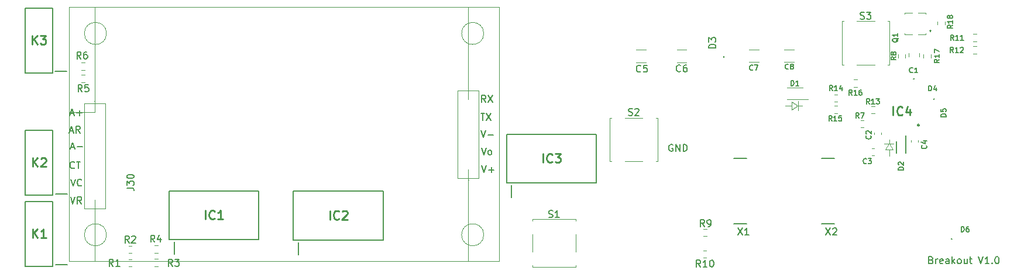
<source format=gbr>
%TF.GenerationSoftware,KiCad,Pcbnew,(5.1.9)-1*%
%TF.CreationDate,2021-05-21T14:20:41+01:00*%
%TF.ProjectId,BreakoutV1.0_,42726561-6b6f-4757-9456-312e305f2e6b,rev?*%
%TF.SameCoordinates,Original*%
%TF.FileFunction,Legend,Top*%
%TF.FilePolarity,Positive*%
%FSLAX46Y46*%
G04 Gerber Fmt 4.6, Leading zero omitted, Abs format (unit mm)*
G04 Created by KiCad (PCBNEW (5.1.9)-1) date 2021-05-21 14:20:41*
%MOMM*%
%LPD*%
G01*
G04 APERTURE LIST*
%ADD10C,0.150000*%
%ADD11C,0.250000*%
%ADD12C,0.200000*%
%ADD13C,0.120000*%
%ADD14C,0.100000*%
%ADD15C,0.127000*%
%ADD16C,0.254000*%
%ADD17C,0.187500*%
G04 APERTURE END LIST*
D10*
X149110795Y-35974400D02*
X149015557Y-35926780D01*
X148872700Y-35926780D01*
X148729842Y-35974400D01*
X148634604Y-36069638D01*
X148586985Y-36164876D01*
X148539366Y-36355352D01*
X148539366Y-36498209D01*
X148586985Y-36688685D01*
X148634604Y-36783923D01*
X148729842Y-36879161D01*
X148872700Y-36926780D01*
X148967938Y-36926780D01*
X149110795Y-36879161D01*
X149158414Y-36831542D01*
X149158414Y-36498209D01*
X148967938Y-36498209D01*
X149586985Y-36926780D02*
X149586985Y-35926780D01*
X150158414Y-36926780D01*
X150158414Y-35926780D01*
X150634604Y-36926780D02*
X150634604Y-35926780D01*
X150872700Y-35926780D01*
X151015557Y-35974400D01*
X151110795Y-36069638D01*
X151158414Y-36164876D01*
X151206033Y-36355352D01*
X151206033Y-36498209D01*
X151158414Y-36688685D01*
X151110795Y-36783923D01*
X151015557Y-36879161D01*
X150872700Y-36926780D01*
X150634604Y-36926780D01*
X186512154Y-52674211D02*
X186655011Y-52721830D01*
X186702630Y-52769449D01*
X186750249Y-52864687D01*
X186750249Y-53007544D01*
X186702630Y-53102782D01*
X186655011Y-53150401D01*
X186559773Y-53198020D01*
X186178820Y-53198020D01*
X186178820Y-52198020D01*
X186512154Y-52198020D01*
X186607392Y-52245640D01*
X186655011Y-52293259D01*
X186702630Y-52388497D01*
X186702630Y-52483735D01*
X186655011Y-52578973D01*
X186607392Y-52626592D01*
X186512154Y-52674211D01*
X186178820Y-52674211D01*
X187178820Y-53198020D02*
X187178820Y-52531354D01*
X187178820Y-52721830D02*
X187226440Y-52626592D01*
X187274059Y-52578973D01*
X187369297Y-52531354D01*
X187464535Y-52531354D01*
X188178820Y-53150401D02*
X188083582Y-53198020D01*
X187893106Y-53198020D01*
X187797868Y-53150401D01*
X187750249Y-53055163D01*
X187750249Y-52674211D01*
X187797868Y-52578973D01*
X187893106Y-52531354D01*
X188083582Y-52531354D01*
X188178820Y-52578973D01*
X188226440Y-52674211D01*
X188226440Y-52769449D01*
X187750249Y-52864687D01*
X189083582Y-53198020D02*
X189083582Y-52674211D01*
X189035963Y-52578973D01*
X188940725Y-52531354D01*
X188750249Y-52531354D01*
X188655011Y-52578973D01*
X189083582Y-53150401D02*
X188988344Y-53198020D01*
X188750249Y-53198020D01*
X188655011Y-53150401D01*
X188607392Y-53055163D01*
X188607392Y-52959925D01*
X188655011Y-52864687D01*
X188750249Y-52817068D01*
X188988344Y-52817068D01*
X189083582Y-52769449D01*
X189559773Y-53198020D02*
X189559773Y-52198020D01*
X189655011Y-52817068D02*
X189940725Y-53198020D01*
X189940725Y-52531354D02*
X189559773Y-52912306D01*
X190512154Y-53198020D02*
X190416916Y-53150401D01*
X190369297Y-53102782D01*
X190321678Y-53007544D01*
X190321678Y-52721830D01*
X190369297Y-52626592D01*
X190416916Y-52578973D01*
X190512154Y-52531354D01*
X190655011Y-52531354D01*
X190750249Y-52578973D01*
X190797868Y-52626592D01*
X190845487Y-52721830D01*
X190845487Y-53007544D01*
X190797868Y-53102782D01*
X190750249Y-53150401D01*
X190655011Y-53198020D01*
X190512154Y-53198020D01*
X191702630Y-52531354D02*
X191702630Y-53198020D01*
X191274059Y-52531354D02*
X191274059Y-53055163D01*
X191321678Y-53150401D01*
X191416916Y-53198020D01*
X191559773Y-53198020D01*
X191655011Y-53150401D01*
X191702630Y-53102782D01*
X192035963Y-52531354D02*
X192416916Y-52531354D01*
X192178820Y-52198020D02*
X192178820Y-53055163D01*
X192226440Y-53150401D01*
X192321678Y-53198020D01*
X192416916Y-53198020D01*
X193369297Y-52198020D02*
X193702630Y-53198020D01*
X194035963Y-52198020D01*
X194893106Y-53198020D02*
X194321678Y-53198020D01*
X194607392Y-53198020D02*
X194607392Y-52198020D01*
X194512154Y-52340878D01*
X194416916Y-52436116D01*
X194321678Y-52483735D01*
X195321678Y-53102782D02*
X195369297Y-53150401D01*
X195321678Y-53198020D01*
X195274059Y-53150401D01*
X195321678Y-53102782D01*
X195321678Y-53198020D01*
X195988344Y-52198020D02*
X196083582Y-52198020D01*
X196178820Y-52245640D01*
X196226440Y-52293259D01*
X196274059Y-52388497D01*
X196321678Y-52578973D01*
X196321678Y-52817068D01*
X196274059Y-53007544D01*
X196226440Y-53102782D01*
X196178820Y-53150401D01*
X196083582Y-53198020D01*
X195988344Y-53198020D01*
X195893106Y-53150401D01*
X195845487Y-53102782D01*
X195797868Y-53007544D01*
X195750249Y-52817068D01*
X195750249Y-52578973D01*
X195797868Y-52388497D01*
X195845487Y-52293259D01*
X195893106Y-52245640D01*
X195988344Y-52198020D01*
D11*
%TO.C,IC4*%
X184780160Y-33135320D02*
G75*
G03*
X184780160Y-33135320I-125000J0D01*
G01*
D12*
%TO.C,K3*%
X59404000Y-25543240D02*
X55404000Y-25543240D01*
X55404000Y-25543240D02*
X55404000Y-16143240D01*
X55404000Y-16143240D02*
X59404000Y-16143240D01*
X59404000Y-16143240D02*
X59404000Y-25543240D01*
X61454000Y-25328240D02*
X59754000Y-25328240D01*
D13*
%TO.C,D1*%
X165683740Y-27724100D02*
X167964660Y-27724100D01*
X165632940Y-29405580D02*
X168688640Y-29405580D01*
D12*
%TO.C,D4*%
X183955000Y-26416000D02*
X183955000Y-26416000D01*
X184055000Y-26416000D02*
X184055000Y-26416000D01*
X183955000Y-26416000D02*
X183955000Y-26416000D01*
X184055000Y-26416000D02*
G75*
G02*
X183955000Y-26416000I-50000J0D01*
G01*
X183955000Y-26416000D02*
G75*
G02*
X184055000Y-26416000I50000J0D01*
G01*
X184055000Y-26416000D02*
G75*
G02*
X183955000Y-26416000I-50000J0D01*
G01*
D13*
%TO.C,REF\u002A\u002A*%
X166331900Y-30353000D02*
X165430200Y-30353000D01*
X167203120Y-30347920D02*
X167825420Y-30347920D01*
X167220900Y-29636720D02*
X167220900Y-31000700D01*
X167218360Y-30353000D02*
X166354760Y-30904180D01*
X166354760Y-30904180D02*
X166354760Y-29758640D01*
X166354760Y-29758640D02*
X167210740Y-30327600D01*
X180451760Y-36720780D02*
X180451760Y-37622480D01*
X180446680Y-35849560D02*
X180446680Y-35227260D01*
X179735480Y-35831780D02*
X181099460Y-35831780D01*
X180451760Y-35834320D02*
X181002940Y-36697920D01*
X181002940Y-36697920D02*
X179857400Y-36697920D01*
X179857400Y-36697920D02*
X180426360Y-35841940D01*
D14*
%TO.C,Q1*%
X182704840Y-19845480D02*
X182704840Y-20020480D01*
X182704840Y-20020480D02*
X183804840Y-20020480D01*
X184604840Y-20020480D02*
X185704840Y-20020480D01*
X185704840Y-20020480D02*
X185704840Y-19845480D01*
X182704840Y-17045480D02*
X182704840Y-16870480D01*
X182704840Y-16870480D02*
X183804840Y-16870480D01*
X184604840Y-16870480D02*
X185704840Y-16870480D01*
X185704840Y-16870480D02*
X185704840Y-17045480D01*
D12*
X186404840Y-19545480D02*
X186404840Y-19545480D01*
X186404840Y-19345480D02*
X186404840Y-19345480D01*
X186404840Y-19545480D02*
G75*
G03*
X186404840Y-19345480I0J100000D01*
G01*
X186404840Y-19345480D02*
G75*
G03*
X186404840Y-19545480I0J-100000D01*
G01*
%TO.C,K2*%
X59429400Y-43282600D02*
X55429400Y-43282600D01*
X55429400Y-43282600D02*
X55429400Y-33882600D01*
X55429400Y-33882600D02*
X59429400Y-33882600D01*
X59429400Y-33882600D02*
X59429400Y-43282600D01*
X61479400Y-43067600D02*
X59779400Y-43067600D01*
%TO.C,K1*%
X59429400Y-53569600D02*
X55429400Y-53569600D01*
X55429400Y-53569600D02*
X55429400Y-44169600D01*
X55429400Y-44169600D02*
X59429400Y-44169600D01*
X59429400Y-44169600D02*
X59429400Y-53569600D01*
X61479400Y-53354600D02*
X59779400Y-53354600D01*
%TO.C,D6*%
X189426160Y-49641760D02*
X189426160Y-49641760D01*
X189526160Y-49641760D02*
X189526160Y-49641760D01*
X189426160Y-49641760D02*
X189426160Y-49641760D01*
X189526160Y-49641760D02*
G75*
G02*
X189426160Y-49641760I-50000J0D01*
G01*
X189426160Y-49641760D02*
G75*
G02*
X189526160Y-49641760I50000J0D01*
G01*
X189526160Y-49641760D02*
G75*
G02*
X189426160Y-49641760I-50000J0D01*
G01*
%TO.C,D5*%
X186944000Y-29274080D02*
X186944000Y-29274080D01*
X186944000Y-29374080D02*
X186944000Y-29374080D01*
X186944000Y-29274080D02*
X186944000Y-29274080D01*
X186944000Y-29374080D02*
G75*
G02*
X186944000Y-29274080I0J50000D01*
G01*
X186944000Y-29274080D02*
G75*
G02*
X186944000Y-29374080I0J-50000D01*
G01*
X186944000Y-29374080D02*
G75*
G02*
X186944000Y-29274080I0J50000D01*
G01*
%TO.C,D3*%
X156514800Y-23283600D02*
X156514800Y-23283600D01*
X156514800Y-23183600D02*
X156514800Y-23183600D01*
X156514800Y-23283600D02*
X156514800Y-23283600D01*
X156514800Y-23183600D02*
G75*
G02*
X156514800Y-23283600I0J-50000D01*
G01*
X156514800Y-23283600D02*
G75*
G02*
X156514800Y-23183600I0J50000D01*
G01*
X156514800Y-23183600D02*
G75*
G02*
X156514800Y-23283600I0J-50000D01*
G01*
%TO.C,D2*%
X182818800Y-34660000D02*
X182818800Y-37197000D01*
X181518800Y-35447000D02*
X181518800Y-37197000D01*
D15*
%TO.C,X2*%
X172540640Y-37924700D02*
X170690640Y-37924700D01*
X170690640Y-47444700D02*
X172540640Y-47444700D01*
%TO.C,X1*%
X159840100Y-37924700D02*
X157990100Y-37924700D01*
X157990100Y-47444700D02*
X159840100Y-47444700D01*
%TO.C,U3*%
X172540100Y-37924700D02*
X170690100Y-37924700D01*
X170690100Y-47444700D02*
X172540100Y-47444700D01*
X159840100Y-37924700D02*
X157990100Y-37924700D01*
X157990100Y-47444700D02*
X159840100Y-47444700D01*
D13*
%TO.C,R12*%
X192612742Y-22747500D02*
X193087258Y-22747500D01*
X192612742Y-21702500D02*
X193087258Y-21702500D01*
%TO.C,R11*%
X192612742Y-20969500D02*
X193087258Y-20969500D01*
X192612742Y-19924500D02*
X193087258Y-19924500D01*
%TO.C,C5*%
X143814748Y-24024000D02*
X145237252Y-24024000D01*
X143814748Y-22204000D02*
X145237252Y-22204000D01*
%TO.C,C6*%
X151128252Y-22204000D02*
X149705748Y-22204000D01*
X151128252Y-24024000D02*
X149705748Y-24024000D01*
%TO.C,C7*%
X160133948Y-23998600D02*
X161556452Y-23998600D01*
X160133948Y-22178600D02*
X161556452Y-22178600D01*
%TO.C,C8*%
X165254148Y-23973200D02*
X166676652Y-23973200D01*
X165254148Y-22153200D02*
X166676652Y-22153200D01*
%TO.C,C1*%
X184758000Y-23184752D02*
X184758000Y-22662248D01*
X183288000Y-23184752D02*
X183288000Y-22662248D01*
%TO.C,J31/32*%
X119537480Y-29352240D02*
X119537480Y-16032240D01*
X119537480Y-52832240D02*
X119537480Y-39512240D01*
X67187480Y-19842240D02*
G75*
G03*
X67187480Y-19842240I-1600000J0D01*
G01*
X67187480Y-49022240D02*
G75*
G03*
X67187480Y-49022240I-1600000J0D01*
G01*
X121767480Y-19842240D02*
G75*
G03*
X121767480Y-19842240I-1600000J0D01*
G01*
X61777480Y-16032240D02*
X61777480Y-52832240D01*
X123977480Y-16002240D02*
X61777480Y-16002240D01*
X121767480Y-49022240D02*
G75*
G03*
X121767480Y-49022240I-1600000J0D01*
G01*
X123977480Y-16032240D02*
X123977480Y-52832240D01*
X123977480Y-52832240D02*
X61777480Y-52832240D01*
D14*
X121062480Y-28082240D02*
X121062480Y-40782240D01*
X118012480Y-28082240D02*
X121062480Y-28082240D01*
X118012480Y-40782240D02*
X118012480Y-28082240D01*
D12*
X119587480Y-41112240D02*
G75*
G03*
X119587480Y-41112240I-50000J0D01*
G01*
D14*
X121062480Y-40782240D02*
X118012480Y-40782240D01*
X67002480Y-29952240D02*
X67002480Y-45192240D01*
X67002480Y-45192240D02*
X63952480Y-45192240D01*
X63952480Y-45192240D02*
X63952480Y-29952240D01*
X63952480Y-29952240D02*
X67002480Y-29952240D01*
D12*
X65527480Y-29622240D02*
G75*
G03*
X65527480Y-29622240I-50000J0D01*
G01*
D13*
X65477480Y-52832240D02*
X65477480Y-43932240D01*
X65477480Y-31232240D02*
X65477480Y-16032240D01*
X65477480Y-31232240D02*
X61777480Y-31232240D01*
%TO.C,S3*%
X175732920Y-18079320D02*
X178332920Y-18079320D01*
X180482920Y-24379320D02*
X180232920Y-24379320D01*
X180482920Y-18079320D02*
X180482920Y-24379320D01*
X180232920Y-18079320D02*
X180482920Y-18079320D01*
X178332920Y-24379320D02*
X175732920Y-24379320D01*
X173582920Y-18079320D02*
X173832920Y-18079320D01*
X173582920Y-24379320D02*
X173582920Y-18079320D01*
X173832920Y-24379320D02*
X173582920Y-24379320D01*
%TO.C,S2*%
X144769360Y-38384880D02*
X142169360Y-38384880D01*
X140019360Y-32084880D02*
X140269360Y-32084880D01*
X140019360Y-38384880D02*
X140019360Y-32084880D01*
X140269360Y-38384880D02*
X140019360Y-38384880D01*
X142169360Y-32084880D02*
X144769360Y-32084880D01*
X146919360Y-38384880D02*
X146669360Y-38384880D01*
X146919360Y-32084880D02*
X146919360Y-38384880D01*
X146669360Y-32084880D02*
X146919360Y-32084880D01*
%TO.C,S1*%
X128792840Y-51525960D02*
X128792840Y-48925960D01*
X135092840Y-46775960D02*
X135092840Y-47025960D01*
X128792840Y-46775960D02*
X135092840Y-46775960D01*
X128792840Y-47025960D02*
X128792840Y-46775960D01*
X135092840Y-48925960D02*
X135092840Y-51525960D01*
X128792840Y-53675960D02*
X128792840Y-53425960D01*
X135092840Y-53675960D02*
X128792840Y-53675960D01*
X135092840Y-53425960D02*
X135092840Y-53675960D01*
%TO.C,R6*%
X64055258Y-25119860D02*
X63580742Y-25119860D01*
X64055258Y-24074860D02*
X63580742Y-24074860D01*
%TO.C,R5*%
X64055258Y-26913100D02*
X63580742Y-26913100D01*
X64055258Y-25868100D02*
X63580742Y-25868100D01*
%TO.C,R4*%
X74596258Y-50582300D02*
X74121742Y-50582300D01*
X74596258Y-51627300D02*
X74121742Y-51627300D01*
%TO.C,R3*%
X74596258Y-52533020D02*
X74121742Y-52533020D01*
X74596258Y-53578020D02*
X74121742Y-53578020D01*
%TO.C,R2*%
X70837058Y-50607700D02*
X70362542Y-50607700D01*
X70837058Y-51652700D02*
X70362542Y-51652700D01*
%TO.C,R1*%
X70837058Y-52558420D02*
X70362542Y-52558420D01*
X70837058Y-53603420D02*
X70362542Y-53603420D01*
%TO.C,R14*%
X172490862Y-29727420D02*
X172965378Y-29727420D01*
X172490862Y-28682420D02*
X172965378Y-28682420D01*
%TO.C,R15*%
X172480202Y-31393660D02*
X172954718Y-31393660D01*
X172480202Y-30348660D02*
X172954718Y-30348660D01*
%TO.C,R13*%
X177845182Y-31444460D02*
X178319698Y-31444460D01*
X177845182Y-30399460D02*
X178319698Y-30399460D01*
%TO.C,R17*%
X185405500Y-22876742D02*
X185405500Y-23351258D01*
X186450500Y-22876742D02*
X186450500Y-23351258D01*
%TO.C,R8*%
X182767500Y-23350758D02*
X182767500Y-22876242D01*
X181722500Y-23350758D02*
X181722500Y-22876242D01*
%TO.C,R18*%
X188497740Y-18091382D02*
X188497740Y-18565898D01*
X187452740Y-18091382D02*
X187452740Y-18565898D01*
%TO.C,R16*%
X175819338Y-26528500D02*
X175344822Y-26528500D01*
X175819338Y-27573500D02*
X175344822Y-27573500D01*
%TO.C,R7*%
X176311022Y-33461220D02*
X176785538Y-33461220D01*
X176311022Y-32416220D02*
X176785538Y-32416220D01*
%TO.C,R9*%
X154051538Y-48199780D02*
X153577022Y-48199780D01*
X154051538Y-49244780D02*
X153577022Y-49244780D01*
%TO.C,R10*%
X154009358Y-52325800D02*
X153534842Y-52325800D01*
X154009358Y-51280800D02*
X153534842Y-51280800D01*
D12*
%TO.C,IC1*%
X76982960Y-51857280D02*
X76982960Y-50057280D01*
X89237960Y-49707280D02*
X76237960Y-49707280D01*
X89237960Y-42657280D02*
X89237960Y-49707280D01*
X76237960Y-42657280D02*
X89237960Y-42657280D01*
X76237960Y-49707280D02*
X76237960Y-42657280D01*
%TO.C,IC2*%
X94978860Y-51908080D02*
X94978860Y-50108080D01*
X107233860Y-49758080D02*
X94233860Y-49758080D01*
X107233860Y-42708080D02*
X107233860Y-49758080D01*
X94233860Y-42708080D02*
X107233860Y-42708080D01*
X94233860Y-49758080D02*
X94233860Y-42708080D01*
%TO.C,IC3*%
X125817000Y-43648000D02*
X125817000Y-41848000D01*
X138072000Y-41498000D02*
X125072000Y-41498000D01*
X138072000Y-34448000D02*
X138072000Y-41498000D01*
X125072000Y-34448000D02*
X138072000Y-34448000D01*
X125072000Y-41498000D02*
X125072000Y-34448000D01*
D13*
%TO.C,C2*%
X178290760Y-34203060D02*
X178290760Y-34484220D01*
X179310760Y-34203060D02*
X179310760Y-34484220D01*
%TO.C,C3*%
X177959140Y-37502560D02*
X178240300Y-37502560D01*
X177959140Y-36482560D02*
X178240300Y-36482560D01*
%TO.C,C4*%
X184644760Y-35606900D02*
X184644760Y-35325740D01*
X183624760Y-35606900D02*
X183624760Y-35325740D01*
%TO.C,IC4*%
D16*
X181015398Y-31709843D02*
X181015398Y-30439843D01*
X182345874Y-31588891D02*
X182285398Y-31649367D01*
X182103969Y-31709843D01*
X181983017Y-31709843D01*
X181801588Y-31649367D01*
X181680636Y-31528415D01*
X181620160Y-31407462D01*
X181559683Y-31165558D01*
X181559683Y-30984129D01*
X181620160Y-30742224D01*
X181680636Y-30621272D01*
X181801588Y-30500320D01*
X181983017Y-30439843D01*
X182103969Y-30439843D01*
X182285398Y-30500320D01*
X182345874Y-30560796D01*
X183434445Y-30863177D02*
X183434445Y-31709843D01*
X183132064Y-30379367D02*
X182829683Y-31286510D01*
X183615874Y-31286510D01*
%TO.C,K3*%
X56466619Y-21417763D02*
X56466619Y-20147763D01*
X57192333Y-21417763D02*
X56648047Y-20692049D01*
X57192333Y-20147763D02*
X56466619Y-20873478D01*
X57615666Y-20147763D02*
X58401857Y-20147763D01*
X57978523Y-20631573D01*
X58159952Y-20631573D01*
X58280904Y-20692049D01*
X58341380Y-20752525D01*
X58401857Y-20873478D01*
X58401857Y-21175859D01*
X58341380Y-21296811D01*
X58280904Y-21357287D01*
X58159952Y-21417763D01*
X57797095Y-21417763D01*
X57676142Y-21357287D01*
X57615666Y-21296811D01*
%TO.C,D1*%
D10*
X166222828Y-27415685D02*
X166222828Y-26665685D01*
X166401400Y-26665685D01*
X166508542Y-26701400D01*
X166579971Y-26772828D01*
X166615685Y-26844257D01*
X166651400Y-26987114D01*
X166651400Y-27094257D01*
X166615685Y-27237114D01*
X166579971Y-27308542D01*
X166508542Y-27379971D01*
X166401400Y-27415685D01*
X166222828Y-27415685D01*
X167365685Y-27415685D02*
X166937114Y-27415685D01*
X167151400Y-27415685D02*
X167151400Y-26665685D01*
X167079971Y-26772828D01*
X167008542Y-26844257D01*
X166937114Y-26879971D01*
%TO.C,D4*%
D17*
X186154208Y-28162445D02*
X186154208Y-27412445D01*
X186332780Y-27412445D01*
X186439922Y-27448160D01*
X186511351Y-27519588D01*
X186547065Y-27591017D01*
X186582780Y-27733874D01*
X186582780Y-27841017D01*
X186547065Y-27983874D01*
X186511351Y-28055302D01*
X186439922Y-28126731D01*
X186332780Y-28162445D01*
X186154208Y-28162445D01*
X187225637Y-27662445D02*
X187225637Y-28162445D01*
X187047065Y-27376731D02*
X186868494Y-27912445D01*
X187332780Y-27912445D01*
%TO.C,Q1*%
D10*
X181754014Y-20531128D02*
X181718300Y-20602557D01*
X181646871Y-20673985D01*
X181539728Y-20781128D01*
X181504014Y-20852557D01*
X181504014Y-20923985D01*
X181682585Y-20888271D02*
X181646871Y-20959700D01*
X181575442Y-21031128D01*
X181432585Y-21066842D01*
X181182585Y-21066842D01*
X181039728Y-21031128D01*
X180968300Y-20959700D01*
X180932585Y-20888271D01*
X180932585Y-20745414D01*
X180968300Y-20673985D01*
X181039728Y-20602557D01*
X181182585Y-20566842D01*
X181432585Y-20566842D01*
X181575442Y-20602557D01*
X181646871Y-20673985D01*
X181682585Y-20745414D01*
X181682585Y-20888271D01*
X181682585Y-19852557D02*
X181682585Y-20281128D01*
X181682585Y-20066842D02*
X180932585Y-20066842D01*
X181039728Y-20138271D01*
X181111157Y-20209700D01*
X181146871Y-20281128D01*
%TO.C,K2*%
D16*
X56492019Y-39157123D02*
X56492019Y-37887123D01*
X57217733Y-39157123D02*
X56673447Y-38431409D01*
X57217733Y-37887123D02*
X56492019Y-38612838D01*
X57701542Y-38008076D02*
X57762019Y-37947600D01*
X57882971Y-37887123D01*
X58185352Y-37887123D01*
X58306304Y-37947600D01*
X58366780Y-38008076D01*
X58427257Y-38129028D01*
X58427257Y-38249980D01*
X58366780Y-38431409D01*
X57641066Y-39157123D01*
X58427257Y-39157123D01*
%TO.C,K1*%
X56492019Y-49444123D02*
X56492019Y-48174123D01*
X57217733Y-49444123D02*
X56673447Y-48718409D01*
X57217733Y-48174123D02*
X56492019Y-48899838D01*
X58427257Y-49444123D02*
X57701542Y-49444123D01*
X58064400Y-49444123D02*
X58064400Y-48174123D01*
X57943447Y-48355552D01*
X57822495Y-48476504D01*
X57701542Y-48536980D01*
%TO.C,D6*%
D17*
X190860828Y-48586585D02*
X190860828Y-47836585D01*
X191039400Y-47836585D01*
X191146542Y-47872300D01*
X191217971Y-47943728D01*
X191253685Y-48015157D01*
X191289400Y-48158014D01*
X191289400Y-48265157D01*
X191253685Y-48408014D01*
X191217971Y-48479442D01*
X191146542Y-48550871D01*
X191039400Y-48586585D01*
X190860828Y-48586585D01*
X191932257Y-47836585D02*
X191789400Y-47836585D01*
X191717971Y-47872300D01*
X191682257Y-47908014D01*
X191610828Y-48015157D01*
X191575114Y-48158014D01*
X191575114Y-48443728D01*
X191610828Y-48515157D01*
X191646542Y-48550871D01*
X191717971Y-48586585D01*
X191860828Y-48586585D01*
X191932257Y-48550871D01*
X191967971Y-48515157D01*
X192003685Y-48443728D01*
X192003685Y-48265157D01*
X191967971Y-48193728D01*
X191932257Y-48158014D01*
X191860828Y-48122300D01*
X191717971Y-48122300D01*
X191646542Y-48158014D01*
X191610828Y-48193728D01*
X191575114Y-48265157D01*
%TO.C,D5*%
X188667585Y-31922571D02*
X187917585Y-31922571D01*
X187917585Y-31744000D01*
X187953300Y-31636857D01*
X188024728Y-31565428D01*
X188096157Y-31529714D01*
X188239014Y-31494000D01*
X188346157Y-31494000D01*
X188489014Y-31529714D01*
X188560442Y-31565428D01*
X188631871Y-31636857D01*
X188667585Y-31744000D01*
X188667585Y-31922571D01*
X187917585Y-30815428D02*
X187917585Y-31172571D01*
X188274728Y-31208285D01*
X188239014Y-31172571D01*
X188203300Y-31101142D01*
X188203300Y-30922571D01*
X188239014Y-30851142D01*
X188274728Y-30815428D01*
X188346157Y-30779714D01*
X188524728Y-30779714D01*
X188596157Y-30815428D01*
X188631871Y-30851142D01*
X188667585Y-30922571D01*
X188667585Y-31101142D01*
X188631871Y-31172571D01*
X188596157Y-31208285D01*
%TO.C,D3*%
D10*
X155341580Y-21972495D02*
X154341580Y-21972495D01*
X154341580Y-21734400D01*
X154389200Y-21591542D01*
X154484438Y-21496304D01*
X154579676Y-21448685D01*
X154770152Y-21401066D01*
X154913009Y-21401066D01*
X155103485Y-21448685D01*
X155198723Y-21496304D01*
X155293961Y-21591542D01*
X155341580Y-21734400D01*
X155341580Y-21972495D01*
X154341580Y-21067733D02*
X154341580Y-20448685D01*
X154722533Y-20782019D01*
X154722533Y-20639161D01*
X154770152Y-20543923D01*
X154817771Y-20496304D01*
X154913009Y-20448685D01*
X155151104Y-20448685D01*
X155246342Y-20496304D01*
X155293961Y-20543923D01*
X155341580Y-20639161D01*
X155341580Y-20924876D01*
X155293961Y-21020114D01*
X155246342Y-21067733D01*
%TO.C,D2*%
X182513165Y-39616231D02*
X181763165Y-39616231D01*
X181763165Y-39437660D01*
X181798880Y-39330517D01*
X181870308Y-39259088D01*
X181941737Y-39223374D01*
X182084594Y-39187660D01*
X182191737Y-39187660D01*
X182334594Y-39223374D01*
X182406022Y-39259088D01*
X182477451Y-39330517D01*
X182513165Y-39437660D01*
X182513165Y-39616231D01*
X181834594Y-38901945D02*
X181798880Y-38866231D01*
X181763165Y-38794802D01*
X181763165Y-38616231D01*
X181798880Y-38544802D01*
X181834594Y-38509088D01*
X181906022Y-38473374D01*
X181977451Y-38473374D01*
X182084594Y-38509088D01*
X182513165Y-38937660D01*
X182513165Y-38473374D01*
%TO.C,X2*%
X171266116Y-48057080D02*
X171932782Y-49057080D01*
X171932782Y-48057080D02*
X171266116Y-49057080D01*
X172266116Y-48152319D02*
X172313735Y-48104700D01*
X172408973Y-48057080D01*
X172647068Y-48057080D01*
X172742306Y-48104700D01*
X172789925Y-48152319D01*
X172837544Y-48247557D01*
X172837544Y-48342795D01*
X172789925Y-48485652D01*
X172218497Y-49057080D01*
X172837544Y-49057080D01*
%TO.C,X1*%
X158565576Y-48057080D02*
X159232242Y-49057080D01*
X159232242Y-48057080D02*
X158565576Y-49057080D01*
X160137004Y-49057080D02*
X159565576Y-49057080D01*
X159851290Y-49057080D02*
X159851290Y-48057080D01*
X159756052Y-48199938D01*
X159660814Y-48295176D01*
X159565576Y-48342795D01*
%TO.C,R12*%
X189725757Y-22589685D02*
X189475757Y-22232542D01*
X189297185Y-22589685D02*
X189297185Y-21839685D01*
X189582900Y-21839685D01*
X189654328Y-21875400D01*
X189690042Y-21911114D01*
X189725757Y-21982542D01*
X189725757Y-22089685D01*
X189690042Y-22161114D01*
X189654328Y-22196828D01*
X189582900Y-22232542D01*
X189297185Y-22232542D01*
X190440042Y-22589685D02*
X190011471Y-22589685D01*
X190225757Y-22589685D02*
X190225757Y-21839685D01*
X190154328Y-21946828D01*
X190082900Y-22018257D01*
X190011471Y-22053971D01*
X190725757Y-21911114D02*
X190761471Y-21875400D01*
X190832900Y-21839685D01*
X191011471Y-21839685D01*
X191082900Y-21875400D01*
X191118614Y-21911114D01*
X191154328Y-21982542D01*
X191154328Y-22053971D01*
X191118614Y-22161114D01*
X190690042Y-22589685D01*
X191154328Y-22589685D01*
%TO.C,R11*%
X189751157Y-20811685D02*
X189501157Y-20454542D01*
X189322585Y-20811685D02*
X189322585Y-20061685D01*
X189608300Y-20061685D01*
X189679728Y-20097400D01*
X189715442Y-20133114D01*
X189751157Y-20204542D01*
X189751157Y-20311685D01*
X189715442Y-20383114D01*
X189679728Y-20418828D01*
X189608300Y-20454542D01*
X189322585Y-20454542D01*
X190465442Y-20811685D02*
X190036871Y-20811685D01*
X190251157Y-20811685D02*
X190251157Y-20061685D01*
X190179728Y-20168828D01*
X190108300Y-20240257D01*
X190036871Y-20275971D01*
X191179728Y-20811685D02*
X190751157Y-20811685D01*
X190965442Y-20811685D02*
X190965442Y-20061685D01*
X190894014Y-20168828D01*
X190822585Y-20240257D01*
X190751157Y-20275971D01*
%TO.C,C5*%
X144486333Y-25350742D02*
X144438714Y-25398361D01*
X144295857Y-25445980D01*
X144200619Y-25445980D01*
X144057761Y-25398361D01*
X143962523Y-25303123D01*
X143914904Y-25207885D01*
X143867285Y-25017409D01*
X143867285Y-24874552D01*
X143914904Y-24684076D01*
X143962523Y-24588838D01*
X144057761Y-24493600D01*
X144200619Y-24445980D01*
X144295857Y-24445980D01*
X144438714Y-24493600D01*
X144486333Y-24541219D01*
X145391095Y-24445980D02*
X144914904Y-24445980D01*
X144867285Y-24922171D01*
X144914904Y-24874552D01*
X145010142Y-24826933D01*
X145248238Y-24826933D01*
X145343476Y-24874552D01*
X145391095Y-24922171D01*
X145438714Y-25017409D01*
X145438714Y-25255504D01*
X145391095Y-25350742D01*
X145343476Y-25398361D01*
X145248238Y-25445980D01*
X145010142Y-25445980D01*
X144914904Y-25398361D01*
X144867285Y-25350742D01*
%TO.C,C6*%
X150250333Y-25321142D02*
X150202714Y-25368761D01*
X150059857Y-25416380D01*
X149964619Y-25416380D01*
X149821761Y-25368761D01*
X149726523Y-25273523D01*
X149678904Y-25178285D01*
X149631285Y-24987809D01*
X149631285Y-24844952D01*
X149678904Y-24654476D01*
X149726523Y-24559238D01*
X149821761Y-24464000D01*
X149964619Y-24416380D01*
X150059857Y-24416380D01*
X150202714Y-24464000D01*
X150250333Y-24511619D01*
X151107476Y-24416380D02*
X150917000Y-24416380D01*
X150821761Y-24464000D01*
X150774142Y-24511619D01*
X150678904Y-24654476D01*
X150631285Y-24844952D01*
X150631285Y-25225904D01*
X150678904Y-25321142D01*
X150726523Y-25368761D01*
X150821761Y-25416380D01*
X151012238Y-25416380D01*
X151107476Y-25368761D01*
X151155095Y-25321142D01*
X151202714Y-25225904D01*
X151202714Y-24987809D01*
X151155095Y-24892571D01*
X151107476Y-24844952D01*
X151012238Y-24797333D01*
X150821761Y-24797333D01*
X150726523Y-24844952D01*
X150678904Y-24892571D01*
X150631285Y-24987809D01*
%TO.C,C7*%
X160695100Y-25096357D02*
X160659385Y-25132071D01*
X160552242Y-25167785D01*
X160480814Y-25167785D01*
X160373671Y-25132071D01*
X160302242Y-25060642D01*
X160266528Y-24989214D01*
X160230814Y-24846357D01*
X160230814Y-24739214D01*
X160266528Y-24596357D01*
X160302242Y-24524928D01*
X160373671Y-24453500D01*
X160480814Y-24417785D01*
X160552242Y-24417785D01*
X160659385Y-24453500D01*
X160695100Y-24489214D01*
X160945100Y-24417785D02*
X161445100Y-24417785D01*
X161123671Y-25167785D01*
%TO.C,C8*%
X165851300Y-24956657D02*
X165815585Y-24992371D01*
X165708442Y-25028085D01*
X165637014Y-25028085D01*
X165529871Y-24992371D01*
X165458442Y-24920942D01*
X165422728Y-24849514D01*
X165387014Y-24706657D01*
X165387014Y-24599514D01*
X165422728Y-24456657D01*
X165458442Y-24385228D01*
X165529871Y-24313800D01*
X165637014Y-24278085D01*
X165708442Y-24278085D01*
X165815585Y-24313800D01*
X165851300Y-24349514D01*
X166279871Y-24599514D02*
X166208442Y-24563800D01*
X166172728Y-24528085D01*
X166137014Y-24456657D01*
X166137014Y-24420942D01*
X166172728Y-24349514D01*
X166208442Y-24313800D01*
X166279871Y-24278085D01*
X166422728Y-24278085D01*
X166494157Y-24313800D01*
X166529871Y-24349514D01*
X166565585Y-24420942D01*
X166565585Y-24456657D01*
X166529871Y-24528085D01*
X166494157Y-24563800D01*
X166422728Y-24599514D01*
X166279871Y-24599514D01*
X166208442Y-24635228D01*
X166172728Y-24670942D01*
X166137014Y-24742371D01*
X166137014Y-24885228D01*
X166172728Y-24956657D01*
X166208442Y-24992371D01*
X166279871Y-25028085D01*
X166422728Y-25028085D01*
X166494157Y-24992371D01*
X166529871Y-24956657D01*
X166565585Y-24885228D01*
X166565585Y-24742371D01*
X166529871Y-24670942D01*
X166494157Y-24635228D01*
X166422728Y-24599514D01*
%TO.C,C1*%
X183821800Y-25464657D02*
X183786085Y-25500371D01*
X183678942Y-25536085D01*
X183607514Y-25536085D01*
X183500371Y-25500371D01*
X183428942Y-25428942D01*
X183393228Y-25357514D01*
X183357514Y-25214657D01*
X183357514Y-25107514D01*
X183393228Y-24964657D01*
X183428942Y-24893228D01*
X183500371Y-24821800D01*
X183607514Y-24786085D01*
X183678942Y-24786085D01*
X183786085Y-24821800D01*
X183821800Y-24857514D01*
X184536085Y-25536085D02*
X184107514Y-25536085D01*
X184321800Y-25536085D02*
X184321800Y-24786085D01*
X184250371Y-24893228D01*
X184178942Y-24964657D01*
X184107514Y-25000371D01*
%TO.C,J31/32*%
X122058133Y-29814780D02*
X121724800Y-29338590D01*
X121486704Y-29814780D02*
X121486704Y-28814780D01*
X121867657Y-28814780D01*
X121962895Y-28862400D01*
X122010514Y-28910019D01*
X122058133Y-29005257D01*
X122058133Y-29148114D01*
X122010514Y-29243352D01*
X121962895Y-29290971D01*
X121867657Y-29338590D01*
X121486704Y-29338590D01*
X122391466Y-28814780D02*
X123058133Y-29814780D01*
X123058133Y-28814780D02*
X122391466Y-29814780D01*
X121335895Y-31430980D02*
X121907323Y-31430980D01*
X121621609Y-32430980D02*
X121621609Y-31430980D01*
X122145419Y-31430980D02*
X122812085Y-32430980D01*
X122812085Y-31430980D02*
X122145419Y-32430980D01*
X121374019Y-33920180D02*
X121707352Y-34920180D01*
X122040685Y-33920180D01*
X122374019Y-34539228D02*
X123135923Y-34539228D01*
X121439085Y-36434780D02*
X121772419Y-37434780D01*
X122105752Y-36434780D01*
X122581942Y-37434780D02*
X122486704Y-37387161D01*
X122439085Y-37339542D01*
X122391466Y-37244304D01*
X122391466Y-36958590D01*
X122439085Y-36863352D01*
X122486704Y-36815733D01*
X122581942Y-36768114D01*
X122724800Y-36768114D01*
X122820038Y-36815733D01*
X122867657Y-36863352D01*
X122915276Y-36958590D01*
X122915276Y-37244304D01*
X122867657Y-37339542D01*
X122820038Y-37387161D01*
X122724800Y-37434780D01*
X122581942Y-37434780D01*
X121475619Y-38974780D02*
X121808952Y-39974780D01*
X122142285Y-38974780D01*
X122475619Y-39593828D02*
X123237523Y-39593828D01*
X122856571Y-39974780D02*
X122856571Y-39212876D01*
X61980866Y-43521380D02*
X62314200Y-44521380D01*
X62647533Y-43521380D01*
X63552295Y-44521380D02*
X63218961Y-44045190D01*
X62980866Y-44521380D02*
X62980866Y-43521380D01*
X63361819Y-43521380D01*
X63457057Y-43569000D01*
X63504676Y-43616619D01*
X63552295Y-43711857D01*
X63552295Y-43854714D01*
X63504676Y-43949952D01*
X63457057Y-43997571D01*
X63361819Y-44045190D01*
X62980866Y-44045190D01*
X62006266Y-40955980D02*
X62339600Y-41955980D01*
X62672933Y-40955980D01*
X63577695Y-41860742D02*
X63530076Y-41908361D01*
X63387219Y-41955980D01*
X63291980Y-41955980D01*
X63149123Y-41908361D01*
X63053885Y-41813123D01*
X63006266Y-41717885D01*
X62958647Y-41527409D01*
X62958647Y-41384552D01*
X63006266Y-41194076D01*
X63053885Y-41098838D01*
X63149123Y-41003600D01*
X63291980Y-40955980D01*
X63387219Y-40955980D01*
X63530076Y-41003600D01*
X63577695Y-41051219D01*
X62539571Y-39320742D02*
X62491952Y-39368361D01*
X62349095Y-39415980D01*
X62253857Y-39415980D01*
X62111000Y-39368361D01*
X62015761Y-39273123D01*
X61968142Y-39177885D01*
X61920523Y-38987409D01*
X61920523Y-38844552D01*
X61968142Y-38654076D01*
X62015761Y-38558838D01*
X62111000Y-38463600D01*
X62253857Y-38415980D01*
X62349095Y-38415980D01*
X62491952Y-38463600D01*
X62539571Y-38511219D01*
X62825285Y-38415980D02*
X63396714Y-38415980D01*
X63111000Y-39415980D02*
X63111000Y-38415980D01*
X62007857Y-36336266D02*
X62484047Y-36336266D01*
X61912619Y-36621980D02*
X62245952Y-35621980D01*
X62579285Y-36621980D01*
X62912619Y-36241028D02*
X63674523Y-36241028D01*
X61872904Y-33974066D02*
X62349095Y-33974066D01*
X61777666Y-34259780D02*
X62111000Y-33259780D01*
X62444333Y-34259780D01*
X63349095Y-34259780D02*
X63015761Y-33783590D01*
X62777666Y-34259780D02*
X62777666Y-33259780D01*
X63158619Y-33259780D01*
X63253857Y-33307400D01*
X63301476Y-33355019D01*
X63349095Y-33450257D01*
X63349095Y-33593114D01*
X63301476Y-33688352D01*
X63253857Y-33735971D01*
X63158619Y-33783590D01*
X62777666Y-33783590D01*
X61982457Y-31434066D02*
X62458647Y-31434066D01*
X61887219Y-31719780D02*
X62220552Y-30719780D01*
X62553885Y-31719780D01*
X62887219Y-31338828D02*
X63649123Y-31338828D01*
X63268171Y-31719780D02*
X63268171Y-30957876D01*
%TO.C,S3*%
X176263395Y-17714861D02*
X176406252Y-17762480D01*
X176644347Y-17762480D01*
X176739585Y-17714861D01*
X176787204Y-17667242D01*
X176834823Y-17572004D01*
X176834823Y-17476766D01*
X176787204Y-17381528D01*
X176739585Y-17333909D01*
X176644347Y-17286290D01*
X176453871Y-17238671D01*
X176358633Y-17191052D01*
X176311014Y-17143433D01*
X176263395Y-17048195D01*
X176263395Y-16952957D01*
X176311014Y-16857719D01*
X176358633Y-16810100D01*
X176453871Y-16762480D01*
X176691966Y-16762480D01*
X176834823Y-16810100D01*
X177168157Y-16762480D02*
X177787204Y-16762480D01*
X177453871Y-17143433D01*
X177596728Y-17143433D01*
X177691966Y-17191052D01*
X177739585Y-17238671D01*
X177787204Y-17333909D01*
X177787204Y-17572004D01*
X177739585Y-17667242D01*
X177691966Y-17714861D01*
X177596728Y-17762480D01*
X177311014Y-17762480D01*
X177215776Y-17714861D01*
X177168157Y-17667242D01*
%TO.C,S2*%
X142709995Y-31684861D02*
X142852852Y-31732480D01*
X143090947Y-31732480D01*
X143186185Y-31684861D01*
X143233804Y-31637242D01*
X143281423Y-31542004D01*
X143281423Y-31446766D01*
X143233804Y-31351528D01*
X143186185Y-31303909D01*
X143090947Y-31256290D01*
X142900471Y-31208671D01*
X142805233Y-31161052D01*
X142757614Y-31113433D01*
X142709995Y-31018195D01*
X142709995Y-30922957D01*
X142757614Y-30827719D01*
X142805233Y-30780100D01*
X142900471Y-30732480D01*
X143138566Y-30732480D01*
X143281423Y-30780100D01*
X143662376Y-30827719D02*
X143709995Y-30780100D01*
X143805233Y-30732480D01*
X144043328Y-30732480D01*
X144138566Y-30780100D01*
X144186185Y-30827719D01*
X144233804Y-30922957D01*
X144233804Y-31018195D01*
X144186185Y-31161052D01*
X143614757Y-31732480D01*
X144233804Y-31732480D01*
%TO.C,S1*%
X131178395Y-46467661D02*
X131321252Y-46515280D01*
X131559347Y-46515280D01*
X131654585Y-46467661D01*
X131702204Y-46420042D01*
X131749823Y-46324804D01*
X131749823Y-46229566D01*
X131702204Y-46134328D01*
X131654585Y-46086709D01*
X131559347Y-46039090D01*
X131368871Y-45991471D01*
X131273633Y-45943852D01*
X131226014Y-45896233D01*
X131178395Y-45800995D01*
X131178395Y-45705757D01*
X131226014Y-45610519D01*
X131273633Y-45562900D01*
X131368871Y-45515280D01*
X131606966Y-45515280D01*
X131749823Y-45562900D01*
X132702204Y-46515280D02*
X132130776Y-46515280D01*
X132416490Y-46515280D02*
X132416490Y-45515280D01*
X132321252Y-45658138D01*
X132226014Y-45753376D01*
X132130776Y-45800995D01*
%TO.C,R6*%
X63485733Y-23515580D02*
X63152400Y-23039390D01*
X62914304Y-23515580D02*
X62914304Y-22515580D01*
X63295257Y-22515580D01*
X63390495Y-22563200D01*
X63438114Y-22610819D01*
X63485733Y-22706057D01*
X63485733Y-22848914D01*
X63438114Y-22944152D01*
X63390495Y-22991771D01*
X63295257Y-23039390D01*
X62914304Y-23039390D01*
X64342876Y-22515580D02*
X64152400Y-22515580D01*
X64057161Y-22563200D01*
X64009542Y-22610819D01*
X63914304Y-22753676D01*
X63866685Y-22944152D01*
X63866685Y-23325104D01*
X63914304Y-23420342D01*
X63961923Y-23467961D01*
X64057161Y-23515580D01*
X64247638Y-23515580D01*
X64342876Y-23467961D01*
X64390495Y-23420342D01*
X64438114Y-23325104D01*
X64438114Y-23087009D01*
X64390495Y-22991771D01*
X64342876Y-22944152D01*
X64247638Y-22896533D01*
X64057161Y-22896533D01*
X63961923Y-22944152D01*
X63914304Y-22991771D01*
X63866685Y-23087009D01*
%TO.C,R5*%
X63651333Y-28272980D02*
X63318000Y-27796790D01*
X63079904Y-28272980D02*
X63079904Y-27272980D01*
X63460857Y-27272980D01*
X63556095Y-27320600D01*
X63603714Y-27368219D01*
X63651333Y-27463457D01*
X63651333Y-27606314D01*
X63603714Y-27701552D01*
X63556095Y-27749171D01*
X63460857Y-27796790D01*
X63079904Y-27796790D01*
X64556095Y-27272980D02*
X64079904Y-27272980D01*
X64032285Y-27749171D01*
X64079904Y-27701552D01*
X64175142Y-27653933D01*
X64413238Y-27653933D01*
X64508476Y-27701552D01*
X64556095Y-27749171D01*
X64603714Y-27844409D01*
X64603714Y-28082504D01*
X64556095Y-28177742D01*
X64508476Y-28225361D01*
X64413238Y-28272980D01*
X64175142Y-28272980D01*
X64079904Y-28225361D01*
X64032285Y-28177742D01*
%TO.C,R4*%
X74153733Y-50083980D02*
X73820400Y-49607790D01*
X73582304Y-50083980D02*
X73582304Y-49083980D01*
X73963257Y-49083980D01*
X74058495Y-49131600D01*
X74106114Y-49179219D01*
X74153733Y-49274457D01*
X74153733Y-49417314D01*
X74106114Y-49512552D01*
X74058495Y-49560171D01*
X73963257Y-49607790D01*
X73582304Y-49607790D01*
X75010876Y-49417314D02*
X75010876Y-50083980D01*
X74772780Y-49036361D02*
X74534685Y-49750647D01*
X75153733Y-49750647D01*
%TO.C,R3*%
X76744533Y-53563780D02*
X76411200Y-53087590D01*
X76173104Y-53563780D02*
X76173104Y-52563780D01*
X76554057Y-52563780D01*
X76649295Y-52611400D01*
X76696914Y-52659019D01*
X76744533Y-52754257D01*
X76744533Y-52897114D01*
X76696914Y-52992352D01*
X76649295Y-53039971D01*
X76554057Y-53087590D01*
X76173104Y-53087590D01*
X77077866Y-52563780D02*
X77696914Y-52563780D01*
X77363580Y-52944733D01*
X77506438Y-52944733D01*
X77601676Y-52992352D01*
X77649295Y-53039971D01*
X77696914Y-53135209D01*
X77696914Y-53373304D01*
X77649295Y-53468542D01*
X77601676Y-53516161D01*
X77506438Y-53563780D01*
X77220723Y-53563780D01*
X77125485Y-53516161D01*
X77077866Y-53468542D01*
%TO.C,R2*%
X70445333Y-50185580D02*
X70112000Y-49709390D01*
X69873904Y-50185580D02*
X69873904Y-49185580D01*
X70254857Y-49185580D01*
X70350095Y-49233200D01*
X70397714Y-49280819D01*
X70445333Y-49376057D01*
X70445333Y-49518914D01*
X70397714Y-49614152D01*
X70350095Y-49661771D01*
X70254857Y-49709390D01*
X69873904Y-49709390D01*
X70826285Y-49280819D02*
X70873904Y-49233200D01*
X70969142Y-49185580D01*
X71207238Y-49185580D01*
X71302476Y-49233200D01*
X71350095Y-49280819D01*
X71397714Y-49376057D01*
X71397714Y-49471295D01*
X71350095Y-49614152D01*
X70778666Y-50185580D01*
X71397714Y-50185580D01*
%TO.C,R1*%
X68146633Y-53563780D02*
X67813300Y-53087590D01*
X67575204Y-53563780D02*
X67575204Y-52563780D01*
X67956157Y-52563780D01*
X68051395Y-52611400D01*
X68099014Y-52659019D01*
X68146633Y-52754257D01*
X68146633Y-52897114D01*
X68099014Y-52992352D01*
X68051395Y-53039971D01*
X67956157Y-53087590D01*
X67575204Y-53087590D01*
X69099014Y-53563780D02*
X68527585Y-53563780D01*
X68813300Y-53563780D02*
X68813300Y-52563780D01*
X68718061Y-52706638D01*
X68622823Y-52801876D01*
X68527585Y-52849495D01*
%TO.C,R14*%
X172245977Y-28114205D02*
X171995977Y-27757062D01*
X171817405Y-28114205D02*
X171817405Y-27364205D01*
X172103120Y-27364205D01*
X172174548Y-27399920D01*
X172210262Y-27435634D01*
X172245977Y-27507062D01*
X172245977Y-27614205D01*
X172210262Y-27685634D01*
X172174548Y-27721348D01*
X172103120Y-27757062D01*
X171817405Y-27757062D01*
X172960262Y-28114205D02*
X172531691Y-28114205D01*
X172745977Y-28114205D02*
X172745977Y-27364205D01*
X172674548Y-27471348D01*
X172603120Y-27542777D01*
X172531691Y-27578491D01*
X173603120Y-27614205D02*
X173603120Y-28114205D01*
X173424548Y-27328491D02*
X173245977Y-27864205D01*
X173710262Y-27864205D01*
%TO.C,R15*%
X172136257Y-32521085D02*
X171886257Y-32163942D01*
X171707685Y-32521085D02*
X171707685Y-31771085D01*
X171993400Y-31771085D01*
X172064828Y-31806800D01*
X172100542Y-31842514D01*
X172136257Y-31913942D01*
X172136257Y-32021085D01*
X172100542Y-32092514D01*
X172064828Y-32128228D01*
X171993400Y-32163942D01*
X171707685Y-32163942D01*
X172850542Y-32521085D02*
X172421971Y-32521085D01*
X172636257Y-32521085D02*
X172636257Y-31771085D01*
X172564828Y-31878228D01*
X172493400Y-31949657D01*
X172421971Y-31985371D01*
X173529114Y-31771085D02*
X173171971Y-31771085D01*
X173136257Y-32128228D01*
X173171971Y-32092514D01*
X173243400Y-32056800D01*
X173421971Y-32056800D01*
X173493400Y-32092514D01*
X173529114Y-32128228D01*
X173564828Y-32199657D01*
X173564828Y-32378228D01*
X173529114Y-32449657D01*
X173493400Y-32485371D01*
X173421971Y-32521085D01*
X173243400Y-32521085D01*
X173171971Y-32485371D01*
X173136257Y-32449657D01*
%TO.C,R13*%
X177597257Y-30057285D02*
X177347257Y-29700142D01*
X177168685Y-30057285D02*
X177168685Y-29307285D01*
X177454400Y-29307285D01*
X177525828Y-29343000D01*
X177561542Y-29378714D01*
X177597257Y-29450142D01*
X177597257Y-29557285D01*
X177561542Y-29628714D01*
X177525828Y-29664428D01*
X177454400Y-29700142D01*
X177168685Y-29700142D01*
X178311542Y-30057285D02*
X177882971Y-30057285D01*
X178097257Y-30057285D02*
X178097257Y-29307285D01*
X178025828Y-29414428D01*
X177954400Y-29485857D01*
X177882971Y-29521571D01*
X178561542Y-29307285D02*
X179025828Y-29307285D01*
X178775828Y-29593000D01*
X178882971Y-29593000D01*
X178954400Y-29628714D01*
X178990114Y-29664428D01*
X179025828Y-29735857D01*
X179025828Y-29914428D01*
X178990114Y-29985857D01*
X178954400Y-30021571D01*
X178882971Y-30057285D01*
X178668685Y-30057285D01*
X178597257Y-30021571D01*
X178561542Y-29985857D01*
%TO.C,R17*%
X187697285Y-23596142D02*
X187340142Y-23846142D01*
X187697285Y-24024714D02*
X186947285Y-24024714D01*
X186947285Y-23739000D01*
X186983000Y-23667571D01*
X187018714Y-23631857D01*
X187090142Y-23596142D01*
X187197285Y-23596142D01*
X187268714Y-23631857D01*
X187304428Y-23667571D01*
X187340142Y-23739000D01*
X187340142Y-24024714D01*
X187697285Y-22881857D02*
X187697285Y-23310428D01*
X187697285Y-23096142D02*
X186947285Y-23096142D01*
X187054428Y-23167571D01*
X187125857Y-23239000D01*
X187161571Y-23310428D01*
X186947285Y-22631857D02*
X186947285Y-22131857D01*
X187697285Y-22453285D01*
%TO.C,R8*%
X181441285Y-23239000D02*
X181084142Y-23489000D01*
X181441285Y-23667571D02*
X180691285Y-23667571D01*
X180691285Y-23381857D01*
X180727000Y-23310428D01*
X180762714Y-23274714D01*
X180834142Y-23239000D01*
X180941285Y-23239000D01*
X181012714Y-23274714D01*
X181048428Y-23310428D01*
X181084142Y-23381857D01*
X181084142Y-23667571D01*
X181012714Y-22810428D02*
X180977000Y-22881857D01*
X180941285Y-22917571D01*
X180869857Y-22953285D01*
X180834142Y-22953285D01*
X180762714Y-22917571D01*
X180727000Y-22881857D01*
X180691285Y-22810428D01*
X180691285Y-22667571D01*
X180727000Y-22596142D01*
X180762714Y-22560428D01*
X180834142Y-22524714D01*
X180869857Y-22524714D01*
X180941285Y-22560428D01*
X180977000Y-22596142D01*
X181012714Y-22667571D01*
X181012714Y-22810428D01*
X181048428Y-22881857D01*
X181084142Y-22917571D01*
X181155571Y-22953285D01*
X181298428Y-22953285D01*
X181369857Y-22917571D01*
X181405571Y-22881857D01*
X181441285Y-22810428D01*
X181441285Y-22667571D01*
X181405571Y-22596142D01*
X181369857Y-22560428D01*
X181298428Y-22524714D01*
X181155571Y-22524714D01*
X181084142Y-22560428D01*
X181048428Y-22596142D01*
X181012714Y-22667571D01*
%TO.C,R18*%
X189632785Y-18643142D02*
X189275642Y-18893142D01*
X189632785Y-19071714D02*
X188882785Y-19071714D01*
X188882785Y-18786000D01*
X188918500Y-18714571D01*
X188954214Y-18678857D01*
X189025642Y-18643142D01*
X189132785Y-18643142D01*
X189204214Y-18678857D01*
X189239928Y-18714571D01*
X189275642Y-18786000D01*
X189275642Y-19071714D01*
X189632785Y-17928857D02*
X189632785Y-18357428D01*
X189632785Y-18143142D02*
X188882785Y-18143142D01*
X188989928Y-18214571D01*
X189061357Y-18286000D01*
X189097071Y-18357428D01*
X189204214Y-17500285D02*
X189168500Y-17571714D01*
X189132785Y-17607428D01*
X189061357Y-17643142D01*
X189025642Y-17643142D01*
X188954214Y-17607428D01*
X188918500Y-17571714D01*
X188882785Y-17500285D01*
X188882785Y-17357428D01*
X188918500Y-17286000D01*
X188954214Y-17250285D01*
X189025642Y-17214571D01*
X189061357Y-17214571D01*
X189132785Y-17250285D01*
X189168500Y-17286000D01*
X189204214Y-17357428D01*
X189204214Y-17500285D01*
X189239928Y-17571714D01*
X189275642Y-17607428D01*
X189347071Y-17643142D01*
X189489928Y-17643142D01*
X189561357Y-17607428D01*
X189597071Y-17571714D01*
X189632785Y-17500285D01*
X189632785Y-17357428D01*
X189597071Y-17286000D01*
X189561357Y-17250285D01*
X189489928Y-17214571D01*
X189347071Y-17214571D01*
X189275642Y-17250285D01*
X189239928Y-17286000D01*
X189204214Y-17357428D01*
%TO.C,R16*%
X175069957Y-28761885D02*
X174819957Y-28404742D01*
X174641385Y-28761885D02*
X174641385Y-28011885D01*
X174927100Y-28011885D01*
X174998528Y-28047600D01*
X175034242Y-28083314D01*
X175069957Y-28154742D01*
X175069957Y-28261885D01*
X175034242Y-28333314D01*
X174998528Y-28369028D01*
X174927100Y-28404742D01*
X174641385Y-28404742D01*
X175784242Y-28761885D02*
X175355671Y-28761885D01*
X175569957Y-28761885D02*
X175569957Y-28011885D01*
X175498528Y-28119028D01*
X175427100Y-28190457D01*
X175355671Y-28226171D01*
X176427100Y-28011885D02*
X176284242Y-28011885D01*
X176212814Y-28047600D01*
X176177100Y-28083314D01*
X176105671Y-28190457D01*
X176069957Y-28333314D01*
X176069957Y-28619028D01*
X176105671Y-28690457D01*
X176141385Y-28726171D01*
X176212814Y-28761885D01*
X176355671Y-28761885D01*
X176427100Y-28726171D01*
X176462814Y-28690457D01*
X176498528Y-28619028D01*
X176498528Y-28440457D01*
X176462814Y-28369028D01*
X176427100Y-28333314D01*
X176355671Y-28297600D01*
X176212814Y-28297600D01*
X176141385Y-28333314D01*
X176105671Y-28369028D01*
X176069957Y-28440457D01*
%TO.C,R7*%
X176036700Y-32101985D02*
X175786700Y-31744842D01*
X175608128Y-32101985D02*
X175608128Y-31351985D01*
X175893842Y-31351985D01*
X175965271Y-31387700D01*
X176000985Y-31423414D01*
X176036700Y-31494842D01*
X176036700Y-31601985D01*
X176000985Y-31673414D01*
X175965271Y-31709128D01*
X175893842Y-31744842D01*
X175608128Y-31744842D01*
X176286700Y-31351985D02*
X176786700Y-31351985D01*
X176465271Y-32101985D01*
%TO.C,R9*%
X153706533Y-47848780D02*
X153373200Y-47372590D01*
X153135104Y-47848780D02*
X153135104Y-46848780D01*
X153516057Y-46848780D01*
X153611295Y-46896400D01*
X153658914Y-46944019D01*
X153706533Y-47039257D01*
X153706533Y-47182114D01*
X153658914Y-47277352D01*
X153611295Y-47324971D01*
X153516057Y-47372590D01*
X153135104Y-47372590D01*
X154182723Y-47848780D02*
X154373200Y-47848780D01*
X154468438Y-47801161D01*
X154516057Y-47753542D01*
X154611295Y-47610685D01*
X154658914Y-47420209D01*
X154658914Y-47039257D01*
X154611295Y-46944019D01*
X154563676Y-46896400D01*
X154468438Y-46848780D01*
X154277961Y-46848780D01*
X154182723Y-46896400D01*
X154135104Y-46944019D01*
X154087485Y-47039257D01*
X154087485Y-47277352D01*
X154135104Y-47372590D01*
X154182723Y-47420209D01*
X154277961Y-47467828D01*
X154468438Y-47467828D01*
X154563676Y-47420209D01*
X154611295Y-47372590D01*
X154658914Y-47277352D01*
%TO.C,R10*%
X153129242Y-53685680D02*
X152795909Y-53209490D01*
X152557814Y-53685680D02*
X152557814Y-52685680D01*
X152938766Y-52685680D01*
X153034004Y-52733300D01*
X153081623Y-52780919D01*
X153129242Y-52876157D01*
X153129242Y-53019014D01*
X153081623Y-53114252D01*
X153034004Y-53161871D01*
X152938766Y-53209490D01*
X152557814Y-53209490D01*
X154081623Y-53685680D02*
X153510195Y-53685680D01*
X153795909Y-53685680D02*
X153795909Y-52685680D01*
X153700671Y-52828538D01*
X153605433Y-52923776D01*
X153510195Y-52971395D01*
X154700671Y-52685680D02*
X154795909Y-52685680D01*
X154891147Y-52733300D01*
X154938766Y-52780919D01*
X154986385Y-52876157D01*
X155034004Y-53066633D01*
X155034004Y-53304728D01*
X154986385Y-53495204D01*
X154938766Y-53590442D01*
X154891147Y-53638061D01*
X154795909Y-53685680D01*
X154700671Y-53685680D01*
X154605433Y-53638061D01*
X154557814Y-53590442D01*
X154510195Y-53495204D01*
X154462576Y-53304728D01*
X154462576Y-53066633D01*
X154510195Y-52876157D01*
X154557814Y-52780919D01*
X154605433Y-52733300D01*
X154700671Y-52685680D01*
%TO.C,J30*%
X70127880Y-42236923D02*
X70842166Y-42236923D01*
X70985023Y-42284542D01*
X71080261Y-42379780D01*
X71127880Y-42522638D01*
X71127880Y-42617876D01*
X70127880Y-41855971D02*
X70127880Y-41236923D01*
X70508833Y-41570257D01*
X70508833Y-41427400D01*
X70556452Y-41332161D01*
X70604071Y-41284542D01*
X70699309Y-41236923D01*
X70937404Y-41236923D01*
X71032642Y-41284542D01*
X71080261Y-41332161D01*
X71127880Y-41427400D01*
X71127880Y-41713114D01*
X71080261Y-41808352D01*
X71032642Y-41855971D01*
X70127880Y-40617876D02*
X70127880Y-40522638D01*
X70175500Y-40427400D01*
X70223119Y-40379780D01*
X70318357Y-40332161D01*
X70508833Y-40284542D01*
X70746928Y-40284542D01*
X70937404Y-40332161D01*
X71032642Y-40379780D01*
X71080261Y-40427400D01*
X71127880Y-40522638D01*
X71127880Y-40617876D01*
X71080261Y-40713114D01*
X71032642Y-40760733D01*
X70937404Y-40808352D01*
X70746928Y-40855971D01*
X70508833Y-40855971D01*
X70318357Y-40808352D01*
X70223119Y-40760733D01*
X70175500Y-40713114D01*
X70127880Y-40617876D01*
%TO.C,IC1*%
D16*
X81498198Y-46756803D02*
X81498198Y-45486803D01*
X82828674Y-46635851D02*
X82768198Y-46696327D01*
X82586769Y-46756803D01*
X82465817Y-46756803D01*
X82284388Y-46696327D01*
X82163436Y-46575375D01*
X82102960Y-46454422D01*
X82042483Y-46212518D01*
X82042483Y-46031089D01*
X82102960Y-45789184D01*
X82163436Y-45668232D01*
X82284388Y-45547280D01*
X82465817Y-45486803D01*
X82586769Y-45486803D01*
X82768198Y-45547280D01*
X82828674Y-45607756D01*
X84038198Y-46756803D02*
X83312483Y-46756803D01*
X83675340Y-46756803D02*
X83675340Y-45486803D01*
X83554388Y-45668232D01*
X83433436Y-45789184D01*
X83312483Y-45849660D01*
%TO.C,IC2*%
X99494098Y-46807603D02*
X99494098Y-45537603D01*
X100824574Y-46686651D02*
X100764098Y-46747127D01*
X100582669Y-46807603D01*
X100461717Y-46807603D01*
X100280288Y-46747127D01*
X100159336Y-46626175D01*
X100098860Y-46505222D01*
X100038383Y-46263318D01*
X100038383Y-46081889D01*
X100098860Y-45839984D01*
X100159336Y-45719032D01*
X100280288Y-45598080D01*
X100461717Y-45537603D01*
X100582669Y-45537603D01*
X100764098Y-45598080D01*
X100824574Y-45658556D01*
X101308383Y-45658556D02*
X101368860Y-45598080D01*
X101489812Y-45537603D01*
X101792193Y-45537603D01*
X101913145Y-45598080D01*
X101973621Y-45658556D01*
X102034098Y-45779508D01*
X102034098Y-45900460D01*
X101973621Y-46081889D01*
X101247907Y-46807603D01*
X102034098Y-46807603D01*
%TO.C,IC3*%
X130332238Y-38547523D02*
X130332238Y-37277523D01*
X131662714Y-38426571D02*
X131602238Y-38487047D01*
X131420809Y-38547523D01*
X131299857Y-38547523D01*
X131118428Y-38487047D01*
X130997476Y-38366095D01*
X130937000Y-38245142D01*
X130876523Y-38003238D01*
X130876523Y-37821809D01*
X130937000Y-37579904D01*
X130997476Y-37458952D01*
X131118428Y-37338000D01*
X131299857Y-37277523D01*
X131420809Y-37277523D01*
X131602238Y-37338000D01*
X131662714Y-37398476D01*
X132086047Y-37277523D02*
X132872238Y-37277523D01*
X132448904Y-37761333D01*
X132630333Y-37761333D01*
X132751285Y-37821809D01*
X132811761Y-37882285D01*
X132872238Y-38003238D01*
X132872238Y-38305619D01*
X132811761Y-38426571D01*
X132751285Y-38487047D01*
X132630333Y-38547523D01*
X132267476Y-38547523D01*
X132146523Y-38487047D01*
X132086047Y-38426571D01*
%TO.C,C2*%
D10*
X177763057Y-34669000D02*
X177798771Y-34704714D01*
X177834485Y-34811857D01*
X177834485Y-34883285D01*
X177798771Y-34990428D01*
X177727342Y-35061857D01*
X177655914Y-35097571D01*
X177513057Y-35133285D01*
X177405914Y-35133285D01*
X177263057Y-35097571D01*
X177191628Y-35061857D01*
X177120200Y-34990428D01*
X177084485Y-34883285D01*
X177084485Y-34811857D01*
X177120200Y-34704714D01*
X177155914Y-34669000D01*
X177155914Y-34383285D02*
X177120200Y-34347571D01*
X177084485Y-34276142D01*
X177084485Y-34097571D01*
X177120200Y-34026142D01*
X177155914Y-33990428D01*
X177227342Y-33954714D01*
X177298771Y-33954714D01*
X177405914Y-33990428D01*
X177834485Y-34419000D01*
X177834485Y-33954714D01*
%TO.C,C3*%
X177154300Y-38647257D02*
X177118585Y-38682971D01*
X177011442Y-38718685D01*
X176940014Y-38718685D01*
X176832871Y-38682971D01*
X176761442Y-38611542D01*
X176725728Y-38540114D01*
X176690014Y-38397257D01*
X176690014Y-38290114D01*
X176725728Y-38147257D01*
X176761442Y-38075828D01*
X176832871Y-38004400D01*
X176940014Y-37968685D01*
X177011442Y-37968685D01*
X177118585Y-38004400D01*
X177154300Y-38040114D01*
X177404300Y-37968685D02*
X177868585Y-37968685D01*
X177618585Y-38254400D01*
X177725728Y-38254400D01*
X177797157Y-38290114D01*
X177832871Y-38325828D01*
X177868585Y-38397257D01*
X177868585Y-38575828D01*
X177832871Y-38647257D01*
X177797157Y-38682971D01*
X177725728Y-38718685D01*
X177511442Y-38718685D01*
X177440014Y-38682971D01*
X177404300Y-38647257D01*
%TO.C,C4*%
X185776757Y-36078700D02*
X185812471Y-36114414D01*
X185848185Y-36221557D01*
X185848185Y-36292985D01*
X185812471Y-36400128D01*
X185741042Y-36471557D01*
X185669614Y-36507271D01*
X185526757Y-36542985D01*
X185419614Y-36542985D01*
X185276757Y-36507271D01*
X185205328Y-36471557D01*
X185133900Y-36400128D01*
X185098185Y-36292985D01*
X185098185Y-36221557D01*
X185133900Y-36114414D01*
X185169614Y-36078700D01*
X185348185Y-35435842D02*
X185848185Y-35435842D01*
X185062471Y-35614414D02*
X185598185Y-35792985D01*
X185598185Y-35328700D01*
%TD*%
M02*

</source>
